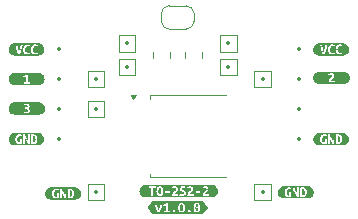
<source format=gto>
%TF.GenerationSoftware,KiCad,Pcbnew,8.0.3*%
%TF.CreationDate,2024-09-03T06:20:47+12:00*%
%TF.ProjectId,to-252-2,746f2d32-3532-42d3-922e-6b696361645f,rev?*%
%TF.SameCoordinates,Original*%
%TF.FileFunction,Legend,Top*%
%TF.FilePolarity,Positive*%
%FSLAX46Y46*%
G04 Gerber Fmt 4.6, Leading zero omitted, Abs format (unit mm)*
G04 Created by KiCad (PCBNEW 8.0.3) date 2024-09-03 06:20:47*
%MOMM*%
%LPD*%
G01*
G04 APERTURE LIST*
%ADD10C,0.120000*%
%ADD11C,0.000000*%
%ADD12C,0.350000*%
G04 APERTURE END LIST*
D10*
%TO.C,TP105*%
X92400000Y-88200000D02*
X93800000Y-88200000D01*
X92400000Y-89600000D02*
X92400000Y-88200000D01*
X93800000Y-88200000D02*
X93800000Y-89600000D01*
X93800000Y-89600000D02*
X92400000Y-89600000D01*
%TO.C,C101*%
X97905000Y-86638748D02*
X97905000Y-87161252D01*
X99375000Y-86638748D02*
X99375000Y-87161252D01*
D11*
%TO.C,kibuzzard-66A68BCE*%
G36*
X87878514Y-93752504D02*
G01*
X87931502Y-93812601D01*
X87958643Y-93899192D01*
X87966397Y-94000000D01*
X87963974Y-94057027D01*
X87956704Y-94109208D01*
X87924394Y-94195153D01*
X87864943Y-94252019D01*
X87773829Y-94272698D01*
X87759612Y-94272698D01*
X87745396Y-94271405D01*
X87745396Y-93733764D01*
X87768659Y-93730533D01*
X87791922Y-93729887D01*
X87878514Y-93752504D01*
G37*
G36*
X88284250Y-93484942D02*
G01*
X88382764Y-93514826D01*
X88473555Y-93563355D01*
X88553134Y-93628664D01*
X88618443Y-93708243D01*
X88666972Y-93799035D01*
X88696856Y-93897549D01*
X88706947Y-94000000D01*
X88696856Y-94102451D01*
X88666972Y-94200965D01*
X88618443Y-94291757D01*
X88553134Y-94371336D01*
X88473555Y-94436645D01*
X88382764Y-94485174D01*
X88284250Y-94515058D01*
X88181799Y-94525148D01*
X88127948Y-94525148D01*
X87757027Y-94525148D01*
X87329241Y-94525148D01*
X86586107Y-94525148D01*
X86259128Y-94525148D01*
X86205277Y-94525148D01*
X86102826Y-94515058D01*
X86004312Y-94485174D01*
X85913521Y-94436645D01*
X85833942Y-94371336D01*
X85768633Y-94291757D01*
X85720104Y-94200965D01*
X85690220Y-94102451D01*
X85680129Y-94000000D01*
X86259128Y-94000000D01*
X86264943Y-94097092D01*
X86282391Y-94181583D01*
X86310501Y-94253312D01*
X86348304Y-94312116D01*
X86395315Y-94357997D01*
X86451050Y-94390953D01*
X86514863Y-94410824D01*
X86586107Y-94417447D01*
X86665105Y-94414216D01*
X86731502Y-94404523D01*
X86746256Y-94400646D01*
X86929887Y-94400646D01*
X87073344Y-94400646D01*
X87073344Y-93869467D01*
X87121379Y-93958140D01*
X87167259Y-94046670D01*
X87210985Y-94135057D01*
X87252558Y-94223443D01*
X87291976Y-94311973D01*
X87329241Y-94400646D01*
X87457189Y-94400646D01*
X87457189Y-93610985D01*
X87586430Y-93610985D01*
X87586430Y-94391599D01*
X87673667Y-94406462D01*
X87757027Y-94410985D01*
X87835057Y-94405331D01*
X87906301Y-94388368D01*
X87969467Y-94359128D01*
X88023263Y-94316640D01*
X88067044Y-94260258D01*
X88100162Y-94189338D01*
X88121002Y-94102908D01*
X88127948Y-94000000D01*
X88121648Y-93899354D01*
X88102746Y-93814540D01*
X88072536Y-93744426D01*
X88032310Y-93687884D01*
X87982068Y-93644750D01*
X87921809Y-93614863D01*
X87853150Y-93597415D01*
X87777706Y-93591599D01*
X87688530Y-93595477D01*
X87586430Y-93610985D01*
X87457189Y-93610985D01*
X87457189Y-93600646D01*
X87313732Y-93600646D01*
X87313732Y-94093053D01*
X87290953Y-94042649D01*
X87263974Y-93984491D01*
X87233603Y-93921486D01*
X87200646Y-93856543D01*
X87165913Y-93790468D01*
X87130210Y-93724071D01*
X87094023Y-93659935D01*
X87057835Y-93600646D01*
X86929887Y-93600646D01*
X86929887Y-94400646D01*
X86746256Y-94400646D01*
X86820032Y-94381260D01*
X86820032Y-93981906D01*
X86661066Y-93981906D01*
X86661066Y-94273990D01*
X86630049Y-94277868D01*
X86599031Y-94279160D01*
X86521809Y-94262197D01*
X86465913Y-94211309D01*
X86440783Y-94157674D01*
X86425705Y-94087237D01*
X86420679Y-94000000D01*
X86423425Y-93940711D01*
X86431664Y-93886914D01*
X86467851Y-93799031D01*
X86531826Y-93741519D01*
X86627464Y-93720840D01*
X86712763Y-93735057D01*
X86782553Y-93767367D01*
X86823910Y-93640711D01*
X86797415Y-93625202D01*
X86752827Y-93605816D01*
X86688853Y-93589661D01*
X86605493Y-93582553D01*
X86535380Y-93589176D01*
X86469790Y-93609047D01*
X86410662Y-93642165D01*
X86359935Y-93688530D01*
X86318255Y-93747819D01*
X86286268Y-93819709D01*
X86265913Y-93903877D01*
X86259128Y-94000000D01*
X85680129Y-94000000D01*
X85690220Y-93897549D01*
X85720104Y-93799035D01*
X85768633Y-93708243D01*
X85833942Y-93628664D01*
X85913521Y-93563355D01*
X86004312Y-93514826D01*
X86102826Y-93484942D01*
X86205277Y-93474852D01*
X86259128Y-93474852D01*
X88127948Y-93474852D01*
X88181799Y-93474852D01*
X88284250Y-93484942D01*
G37*
D10*
%TO.C,TP102*%
X95000000Y-87200000D02*
X96400000Y-87200000D01*
X95000000Y-88600000D02*
X95000000Y-87200000D01*
X96400000Y-87200000D02*
X96400000Y-88600000D01*
X96400000Y-88600000D02*
X95000000Y-88600000D01*
%TO.C,TP103*%
X103600000Y-87200000D02*
X105000000Y-87200000D01*
X103600000Y-88600000D02*
X103600000Y-87200000D01*
X105000000Y-87200000D02*
X105000000Y-88600000D01*
X105000000Y-88600000D02*
X103600000Y-88600000D01*
%TO.C,TP104*%
X103600000Y-85200000D02*
X105000000Y-85200000D01*
X103600000Y-86600000D02*
X103600000Y-85200000D01*
X105000000Y-85200000D02*
X105000000Y-86600000D01*
X105000000Y-86600000D02*
X103600000Y-86600000D01*
%TO.C,U101*%
X97670000Y-90300000D02*
X97670000Y-90570000D01*
X97670000Y-97200000D02*
X97670000Y-96930000D01*
X104090000Y-90300000D02*
X97670000Y-90300000D01*
X104090000Y-97200000D02*
X97670000Y-97200000D01*
X96250000Y-90610000D02*
X96010000Y-90280000D01*
X96490000Y-90280000D01*
X96250000Y-90610000D01*
G36*
X96250000Y-90610000D02*
G01*
X96010000Y-90280000D01*
X96490000Y-90280000D01*
X96250000Y-90610000D01*
G37*
D11*
%TO.C,kibuzzard-66A68B20*%
G36*
X88297174Y-85884942D02*
G01*
X88395688Y-85914826D01*
X88486479Y-85963355D01*
X88566058Y-86028664D01*
X88631367Y-86108243D01*
X88679896Y-86199035D01*
X88709780Y-86297549D01*
X88719871Y-86400000D01*
X88709780Y-86502451D01*
X88679896Y-86600965D01*
X88631367Y-86691757D01*
X88566058Y-86771336D01*
X88486479Y-86836645D01*
X88395688Y-86885174D01*
X88297174Y-86915058D01*
X88194723Y-86925148D01*
X88140872Y-86925148D01*
X87917286Y-86925148D01*
X87271082Y-86925148D01*
X86482714Y-86925148D01*
X86259128Y-86925148D01*
X86205277Y-86925148D01*
X86102826Y-86915058D01*
X86004312Y-86885174D01*
X85913521Y-86836645D01*
X85833942Y-86771336D01*
X85768633Y-86691757D01*
X85720104Y-86600965D01*
X85690220Y-86502451D01*
X85680129Y-86400000D01*
X85690220Y-86297549D01*
X85720104Y-86199035D01*
X85768633Y-86108243D01*
X85833942Y-86028664D01*
X85868082Y-86000646D01*
X86259128Y-86000646D01*
X86273990Y-86073021D01*
X86295315Y-86163489D01*
X86312404Y-86231197D01*
X86330928Y-86301633D01*
X86350889Y-86374798D01*
X86371998Y-86449399D01*
X86393969Y-86524143D01*
X86416801Y-86599031D01*
X86450727Y-86705654D01*
X86482714Y-86800646D01*
X86646850Y-86800646D01*
X86671549Y-86731790D01*
X86695674Y-86661353D01*
X86719225Y-86589338D01*
X86741842Y-86516963D01*
X86763166Y-86445450D01*
X86776053Y-86400000D01*
X86923425Y-86400000D01*
X86928998Y-86494426D01*
X86945719Y-86577383D01*
X86973586Y-86648869D01*
X87012601Y-86708885D01*
X87080955Y-86769198D01*
X87167115Y-86805385D01*
X87271082Y-86817447D01*
X87341680Y-86813086D01*
X87403554Y-86800000D01*
X87494669Y-86761874D01*
X87454604Y-86636511D01*
X87389338Y-86664943D01*
X87286591Y-86679160D01*
X87194346Y-86660905D01*
X87132149Y-86606139D01*
X87105941Y-86550350D01*
X87090217Y-86480345D01*
X87085217Y-86400000D01*
X87569628Y-86400000D01*
X87575202Y-86494426D01*
X87591922Y-86577383D01*
X87619790Y-86648869D01*
X87658805Y-86708885D01*
X87727159Y-86769198D01*
X87813319Y-86805385D01*
X87917286Y-86817447D01*
X87987884Y-86813086D01*
X88049758Y-86800000D01*
X88140872Y-86761874D01*
X88100808Y-86636511D01*
X88035541Y-86664943D01*
X87932795Y-86679160D01*
X87840549Y-86660905D01*
X87778352Y-86606139D01*
X87752145Y-86550350D01*
X87736421Y-86480345D01*
X87731179Y-86396123D01*
X87735541Y-86323748D01*
X87748627Y-86264297D01*
X87793861Y-86179645D01*
X87857189Y-86134410D01*
X87930210Y-86120840D01*
X88026494Y-86134410D01*
X88098223Y-86167367D01*
X88139580Y-86040711D01*
X88113086Y-86025202D01*
X88069790Y-86005816D01*
X88009693Y-85989661D01*
X87932795Y-85982553D01*
X87857027Y-85989499D01*
X87787399Y-86010339D01*
X87725364Y-86044588D01*
X87672375Y-86091761D01*
X87629241Y-86151373D01*
X87596769Y-86222940D01*
X87576414Y-86305977D01*
X87569628Y-86400000D01*
X87085217Y-86400000D01*
X87084976Y-86396123D01*
X87089338Y-86323748D01*
X87102423Y-86264297D01*
X87147658Y-86179645D01*
X87210985Y-86134410D01*
X87284006Y-86120840D01*
X87380291Y-86134410D01*
X87452019Y-86167367D01*
X87493376Y-86040711D01*
X87466882Y-86025202D01*
X87423586Y-86005816D01*
X87363490Y-85989661D01*
X87286591Y-85982553D01*
X87210824Y-85989499D01*
X87141195Y-86010339D01*
X87079160Y-86044588D01*
X87026171Y-86091761D01*
X86983037Y-86151373D01*
X86950565Y-86222940D01*
X86930210Y-86305977D01*
X86923425Y-86400000D01*
X86776053Y-86400000D01*
X86783199Y-86374798D01*
X86810662Y-86271890D01*
X86834895Y-86173829D01*
X86855735Y-86082714D01*
X86873021Y-86000646D01*
X86706300Y-86000646D01*
X86694669Y-86067851D01*
X86680452Y-86145396D01*
X86664297Y-86229241D01*
X86646850Y-86315347D01*
X86628110Y-86401939D01*
X86608078Y-86487237D01*
X86587399Y-86567205D01*
X86566721Y-86637803D01*
X86545880Y-86566236D01*
X86524717Y-86485945D01*
X86504039Y-86400646D01*
X86484653Y-86314055D01*
X86466721Y-86228110D01*
X86450404Y-86144750D01*
X86436834Y-86067690D01*
X86427141Y-86000646D01*
X86259128Y-86000646D01*
X85868082Y-86000646D01*
X85913521Y-85963355D01*
X86004312Y-85914826D01*
X86102826Y-85884942D01*
X86205277Y-85874852D01*
X86259128Y-85874852D01*
X88140872Y-85874852D01*
X88194723Y-85874852D01*
X88297174Y-85884942D01*
G37*
D10*
%TO.C,TP110*%
X106500000Y-88200000D02*
X107900000Y-88200000D01*
X106500000Y-89600000D02*
X106500000Y-88200000D01*
X107900000Y-88200000D02*
X107900000Y-89600000D01*
X107900000Y-89600000D02*
X106500000Y-89600000D01*
D11*
%TO.C,kibuzzard-66A68BCE*%
G36*
X90984976Y-98352504D02*
G01*
X91037964Y-98412601D01*
X91065105Y-98499192D01*
X91072859Y-98600000D01*
X91070436Y-98657027D01*
X91063166Y-98709208D01*
X91030856Y-98795153D01*
X90971405Y-98852019D01*
X90880291Y-98872698D01*
X90866074Y-98872698D01*
X90851858Y-98871405D01*
X90851858Y-98333764D01*
X90875121Y-98330533D01*
X90898384Y-98329887D01*
X90984976Y-98352504D01*
G37*
G36*
X91390712Y-98084942D02*
G01*
X91489226Y-98114826D01*
X91580017Y-98163355D01*
X91659596Y-98228664D01*
X91724905Y-98308243D01*
X91773434Y-98399035D01*
X91803318Y-98497549D01*
X91813409Y-98600000D01*
X91803318Y-98702451D01*
X91773434Y-98800965D01*
X91724905Y-98891757D01*
X91659596Y-98971336D01*
X91580017Y-99036645D01*
X91489226Y-99085174D01*
X91390712Y-99115058D01*
X91288261Y-99125148D01*
X91234410Y-99125148D01*
X90863489Y-99125148D01*
X90435703Y-99125148D01*
X89692569Y-99125148D01*
X89365590Y-99125148D01*
X89311739Y-99125148D01*
X89209288Y-99115058D01*
X89110774Y-99085174D01*
X89019983Y-99036645D01*
X88940404Y-98971336D01*
X88875095Y-98891757D01*
X88826566Y-98800965D01*
X88796682Y-98702451D01*
X88786591Y-98600000D01*
X89365590Y-98600000D01*
X89371405Y-98697092D01*
X89388853Y-98781583D01*
X89416963Y-98853312D01*
X89454766Y-98912116D01*
X89501777Y-98957997D01*
X89557512Y-98990953D01*
X89621325Y-99010824D01*
X89692569Y-99017447D01*
X89771567Y-99014216D01*
X89837964Y-99004523D01*
X89852718Y-99000646D01*
X90036349Y-99000646D01*
X90179806Y-99000646D01*
X90179806Y-98469467D01*
X90227841Y-98558140D01*
X90273721Y-98646670D01*
X90317447Y-98735057D01*
X90359020Y-98823443D01*
X90398438Y-98911973D01*
X90435703Y-99000646D01*
X90563651Y-99000646D01*
X90563651Y-98210985D01*
X90692892Y-98210985D01*
X90692892Y-98991599D01*
X90780129Y-99006462D01*
X90863489Y-99010985D01*
X90941519Y-99005331D01*
X91012763Y-98988368D01*
X91075929Y-98959128D01*
X91129725Y-98916640D01*
X91173506Y-98860258D01*
X91206624Y-98789338D01*
X91227464Y-98702908D01*
X91234410Y-98600000D01*
X91228110Y-98499354D01*
X91209208Y-98414540D01*
X91178998Y-98344426D01*
X91138772Y-98287884D01*
X91088530Y-98244750D01*
X91028271Y-98214863D01*
X90959612Y-98197415D01*
X90884168Y-98191599D01*
X90794992Y-98195477D01*
X90692892Y-98210985D01*
X90563651Y-98210985D01*
X90563651Y-98200646D01*
X90420194Y-98200646D01*
X90420194Y-98693053D01*
X90397415Y-98642649D01*
X90370436Y-98584491D01*
X90340065Y-98521486D01*
X90307108Y-98456543D01*
X90272375Y-98390468D01*
X90236672Y-98324071D01*
X90200485Y-98259935D01*
X90164297Y-98200646D01*
X90036349Y-98200646D01*
X90036349Y-99000646D01*
X89852718Y-99000646D01*
X89926494Y-98981260D01*
X89926494Y-98581906D01*
X89767528Y-98581906D01*
X89767528Y-98873990D01*
X89736511Y-98877868D01*
X89705493Y-98879160D01*
X89628271Y-98862197D01*
X89572375Y-98811309D01*
X89547245Y-98757674D01*
X89532167Y-98687237D01*
X89527141Y-98600000D01*
X89529887Y-98540711D01*
X89538126Y-98486914D01*
X89574313Y-98399031D01*
X89638288Y-98341519D01*
X89733926Y-98320840D01*
X89819225Y-98335057D01*
X89889015Y-98367367D01*
X89930372Y-98240711D01*
X89903877Y-98225202D01*
X89859289Y-98205816D01*
X89795315Y-98189661D01*
X89711955Y-98182553D01*
X89641842Y-98189176D01*
X89576252Y-98209047D01*
X89517124Y-98242165D01*
X89466397Y-98288530D01*
X89424717Y-98347819D01*
X89392730Y-98419709D01*
X89372375Y-98503877D01*
X89365590Y-98600000D01*
X88786591Y-98600000D01*
X88796682Y-98497549D01*
X88826566Y-98399035D01*
X88875095Y-98308243D01*
X88940404Y-98228664D01*
X89019983Y-98163355D01*
X89110774Y-98114826D01*
X89209288Y-98084942D01*
X89311739Y-98074852D01*
X89365590Y-98074852D01*
X91234410Y-98074852D01*
X91288261Y-98074852D01*
X91390712Y-98084942D01*
G37*
%TO.C,kibuzzard-66A68B20*%
G36*
X114097174Y-85884942D02*
G01*
X114195688Y-85914826D01*
X114286479Y-85963355D01*
X114366058Y-86028664D01*
X114431367Y-86108243D01*
X114479896Y-86199035D01*
X114509780Y-86297549D01*
X114519871Y-86400000D01*
X114509780Y-86502451D01*
X114479896Y-86600965D01*
X114431367Y-86691757D01*
X114366058Y-86771336D01*
X114286479Y-86836645D01*
X114195688Y-86885174D01*
X114097174Y-86915058D01*
X113994723Y-86925148D01*
X113940872Y-86925148D01*
X113717286Y-86925148D01*
X113071082Y-86925148D01*
X112282714Y-86925148D01*
X112059128Y-86925148D01*
X112005277Y-86925148D01*
X111902826Y-86915058D01*
X111804312Y-86885174D01*
X111713521Y-86836645D01*
X111633942Y-86771336D01*
X111568633Y-86691757D01*
X111520104Y-86600965D01*
X111490220Y-86502451D01*
X111480129Y-86400000D01*
X111490220Y-86297549D01*
X111520104Y-86199035D01*
X111568633Y-86108243D01*
X111633942Y-86028664D01*
X111668082Y-86000646D01*
X112059128Y-86000646D01*
X112073990Y-86073021D01*
X112095315Y-86163489D01*
X112112404Y-86231197D01*
X112130928Y-86301633D01*
X112150889Y-86374798D01*
X112171998Y-86449399D01*
X112193969Y-86524143D01*
X112216801Y-86599031D01*
X112250727Y-86705654D01*
X112282714Y-86800646D01*
X112446850Y-86800646D01*
X112471549Y-86731790D01*
X112495674Y-86661353D01*
X112519225Y-86589338D01*
X112541842Y-86516963D01*
X112563166Y-86445450D01*
X112576053Y-86400000D01*
X112723425Y-86400000D01*
X112728998Y-86494426D01*
X112745719Y-86577383D01*
X112773586Y-86648869D01*
X112812601Y-86708885D01*
X112880955Y-86769198D01*
X112967115Y-86805385D01*
X113071082Y-86817447D01*
X113141680Y-86813086D01*
X113203554Y-86800000D01*
X113294669Y-86761874D01*
X113254604Y-86636511D01*
X113189338Y-86664943D01*
X113086591Y-86679160D01*
X112994346Y-86660905D01*
X112932149Y-86606139D01*
X112905941Y-86550350D01*
X112890217Y-86480345D01*
X112885217Y-86400000D01*
X113369628Y-86400000D01*
X113375202Y-86494426D01*
X113391922Y-86577383D01*
X113419790Y-86648869D01*
X113458805Y-86708885D01*
X113527159Y-86769198D01*
X113613319Y-86805385D01*
X113717286Y-86817447D01*
X113787884Y-86813086D01*
X113849758Y-86800000D01*
X113940872Y-86761874D01*
X113900808Y-86636511D01*
X113835541Y-86664943D01*
X113732795Y-86679160D01*
X113640549Y-86660905D01*
X113578352Y-86606139D01*
X113552145Y-86550350D01*
X113536421Y-86480345D01*
X113531179Y-86396123D01*
X113535541Y-86323748D01*
X113548627Y-86264297D01*
X113593861Y-86179645D01*
X113657189Y-86134410D01*
X113730210Y-86120840D01*
X113826494Y-86134410D01*
X113898223Y-86167367D01*
X113939580Y-86040711D01*
X113913086Y-86025202D01*
X113869790Y-86005816D01*
X113809693Y-85989661D01*
X113732795Y-85982553D01*
X113657027Y-85989499D01*
X113587399Y-86010339D01*
X113525364Y-86044588D01*
X113472375Y-86091761D01*
X113429241Y-86151373D01*
X113396769Y-86222940D01*
X113376414Y-86305977D01*
X113369628Y-86400000D01*
X112885217Y-86400000D01*
X112884976Y-86396123D01*
X112889338Y-86323748D01*
X112902423Y-86264297D01*
X112947658Y-86179645D01*
X113010985Y-86134410D01*
X113084006Y-86120840D01*
X113180291Y-86134410D01*
X113252019Y-86167367D01*
X113293376Y-86040711D01*
X113266882Y-86025202D01*
X113223586Y-86005816D01*
X113163490Y-85989661D01*
X113086591Y-85982553D01*
X113010824Y-85989499D01*
X112941195Y-86010339D01*
X112879160Y-86044588D01*
X112826171Y-86091761D01*
X112783037Y-86151373D01*
X112750565Y-86222940D01*
X112730210Y-86305977D01*
X112723425Y-86400000D01*
X112576053Y-86400000D01*
X112583199Y-86374798D01*
X112610662Y-86271890D01*
X112634895Y-86173829D01*
X112655735Y-86082714D01*
X112673021Y-86000646D01*
X112506300Y-86000646D01*
X112494669Y-86067851D01*
X112480452Y-86145396D01*
X112464297Y-86229241D01*
X112446850Y-86315347D01*
X112428110Y-86401939D01*
X112408078Y-86487237D01*
X112387399Y-86567205D01*
X112366721Y-86637803D01*
X112345880Y-86566236D01*
X112324717Y-86485945D01*
X112304039Y-86400646D01*
X112284653Y-86314055D01*
X112266721Y-86228110D01*
X112250404Y-86144750D01*
X112236834Y-86067690D01*
X112227141Y-86000646D01*
X112059128Y-86000646D01*
X111668082Y-86000646D01*
X111713521Y-85963355D01*
X111804312Y-85914826D01*
X111902826Y-85884942D01*
X112005277Y-85874852D01*
X112059128Y-85874852D01*
X113940872Y-85874852D01*
X113994723Y-85874852D01*
X114097174Y-85884942D01*
G37*
D10*
%TO.C,TP111*%
X92400000Y-97800000D02*
X93800000Y-97800000D01*
X92400000Y-99200000D02*
X92400000Y-97800000D01*
X93800000Y-97800000D02*
X93800000Y-99200000D01*
X93800000Y-99200000D02*
X92400000Y-99200000D01*
%TO.C,TP109*%
X92400000Y-90750000D02*
X93800000Y-90750000D01*
X92400000Y-92150000D02*
X92400000Y-90750000D01*
X93800000Y-90750000D02*
X93800000Y-92150000D01*
X93800000Y-92150000D02*
X92400000Y-92150000D01*
D11*
%TO.C,kibuzzard-66A68C2F*%
G36*
X88325864Y-88402055D02*
G01*
X88421105Y-88430946D01*
X88508880Y-88477862D01*
X88585815Y-88541001D01*
X88648954Y-88617937D01*
X88695871Y-88705711D01*
X88724762Y-88800953D01*
X88734517Y-88900000D01*
X88724762Y-88999047D01*
X88695871Y-89094289D01*
X88648954Y-89182063D01*
X88585815Y-89258999D01*
X88508880Y-89322138D01*
X88421105Y-89369054D01*
X88325864Y-89397945D01*
X88226817Y-89407701D01*
X87472913Y-89407701D01*
X86941733Y-89407701D01*
X86187829Y-89407701D01*
X86088782Y-89397945D01*
X85993541Y-89369054D01*
X85905766Y-89322138D01*
X85828831Y-89258999D01*
X85765692Y-89182063D01*
X85718775Y-89094289D01*
X85689884Y-88999047D01*
X85680129Y-88900000D01*
X85689884Y-88800953D01*
X85718775Y-88705711D01*
X85739616Y-88666721D01*
X86941733Y-88666721D01*
X86993430Y-88798546D01*
X87072266Y-88766882D01*
X87154981Y-88721002D01*
X87154981Y-89168174D01*
X86986968Y-89168174D01*
X86986968Y-89300000D01*
X87472913Y-89300000D01*
X87472913Y-89168174D01*
X87313947Y-89168174D01*
X87313947Y-88500000D01*
X87205384Y-88500000D01*
X87149811Y-88550404D01*
X87081313Y-88596931D01*
X87008939Y-88636995D01*
X86941733Y-88666721D01*
X85739616Y-88666721D01*
X85765692Y-88617937D01*
X85828831Y-88541001D01*
X85905766Y-88477862D01*
X85993541Y-88430946D01*
X86088782Y-88402055D01*
X86187829Y-88392299D01*
X86941733Y-88392299D01*
X87472913Y-88392299D01*
X88226817Y-88392299D01*
X88325864Y-88402055D01*
G37*
%TO.C,kibuzzard-66A68C47*%
G36*
X88345424Y-90884942D02*
G01*
X88443938Y-90914826D01*
X88534729Y-90963355D01*
X88614308Y-91028664D01*
X88679617Y-91108243D01*
X88728146Y-91199035D01*
X88758030Y-91297549D01*
X88768121Y-91400000D01*
X88758030Y-91502451D01*
X88728146Y-91600965D01*
X88679617Y-91691757D01*
X88614308Y-91771336D01*
X88534729Y-91836645D01*
X88443938Y-91885174D01*
X88345424Y-91915058D01*
X88242973Y-91925148D01*
X87489068Y-91925148D01*
X87181476Y-91925148D01*
X86959182Y-91925148D01*
X86205277Y-91925148D01*
X86102826Y-91915058D01*
X86004312Y-91885174D01*
X85913521Y-91836645D01*
X85836586Y-91773506D01*
X86959182Y-91773506D01*
X86999246Y-91787722D01*
X87055466Y-91801939D01*
X87118794Y-91812924D01*
X87181476Y-91817447D01*
X87256112Y-91812763D01*
X87319763Y-91798708D01*
X87372752Y-91776090D01*
X87415401Y-91745719D01*
X87470975Y-91664943D01*
X87489068Y-91562843D01*
X87480506Y-91497900D01*
X87454820Y-91442649D01*
X87413624Y-91398384D01*
X87358535Y-91366397D01*
X87430910Y-91299192D01*
X87458051Y-91207431D01*
X87442542Y-91118255D01*
X87394723Y-91046527D01*
X87312655Y-90999354D01*
X87258535Y-90986753D01*
X87195692Y-90982553D01*
X87127033Y-90988530D01*
X87065805Y-91006462D01*
X86973398Y-91053635D01*
X87030264Y-91169952D01*
X87107162Y-91133118D01*
X87196984Y-91118255D01*
X87270005Y-91143457D01*
X87296500Y-91212601D01*
X87284222Y-91261712D01*
X87252558Y-91292730D01*
X87208616Y-91309532D01*
X87159505Y-91314701D01*
X87100054Y-91314701D01*
X87100054Y-91446527D01*
X87149165Y-91446527D01*
X87219925Y-91452827D01*
X87277114Y-91471729D01*
X87314917Y-91506462D01*
X87327518Y-91560258D01*
X87294561Y-91646850D01*
X87249488Y-91673021D01*
X87180183Y-91681745D01*
X87118955Y-91678191D01*
X87067098Y-91667528D01*
X86990199Y-91640388D01*
X86959182Y-91773506D01*
X85836586Y-91773506D01*
X85833942Y-91771336D01*
X85768633Y-91691757D01*
X85720104Y-91600965D01*
X85690220Y-91502451D01*
X85680129Y-91400000D01*
X85690220Y-91297549D01*
X85720104Y-91199035D01*
X85768633Y-91108243D01*
X85833942Y-91028664D01*
X85913521Y-90963355D01*
X86004312Y-90914826D01*
X86102826Y-90884942D01*
X86205277Y-90874852D01*
X86959182Y-90874852D01*
X87489068Y-90874852D01*
X88242973Y-90874852D01*
X88345424Y-90884942D01*
G37*
%TO.C,kibuzzard-66CB75F7*%
G36*
X100394669Y-99536187D02*
G01*
X100436834Y-99589984D01*
X100455861Y-99645055D01*
X100467277Y-99714629D01*
X100471082Y-99798708D01*
X100467277Y-99883504D01*
X100455861Y-99953509D01*
X100436834Y-100008724D01*
X100394669Y-100062520D01*
X100337964Y-100080053D01*
X100336672Y-100080452D01*
X100279483Y-100062520D01*
X100237157Y-100008724D01*
X100217771Y-99953509D01*
X100206139Y-99883504D01*
X100202262Y-99798708D01*
X100202858Y-99785784D01*
X100265590Y-99785784D01*
X100284976Y-99845880D01*
X100337964Y-99871082D01*
X100389015Y-99845880D01*
X100409047Y-99785784D01*
X100389015Y-99725040D01*
X100337964Y-99699192D01*
X100284976Y-99725040D01*
X100265590Y-99785784D01*
X100202858Y-99785784D01*
X100206139Y-99714629D01*
X100217771Y-99645055D01*
X100237157Y-99589984D01*
X100279483Y-99536187D01*
X100336672Y-99518255D01*
X100394669Y-99536187D01*
G37*
G36*
X101687076Y-99536187D02*
G01*
X101729241Y-99589984D01*
X101748268Y-99645055D01*
X101759684Y-99714629D01*
X101763489Y-99798708D01*
X101759684Y-99883504D01*
X101748268Y-99953509D01*
X101729241Y-100008724D01*
X101687076Y-100062520D01*
X101630372Y-100080053D01*
X101629079Y-100080452D01*
X101571890Y-100062520D01*
X101529564Y-100008724D01*
X101510178Y-99953509D01*
X101498546Y-99883504D01*
X101494669Y-99798708D01*
X101495265Y-99785784D01*
X101557997Y-99785784D01*
X101577383Y-99845880D01*
X101630372Y-99871082D01*
X101681422Y-99845880D01*
X101701454Y-99785784D01*
X101681422Y-99725040D01*
X101630372Y-99699192D01*
X101577383Y-99725040D01*
X101557997Y-99785784D01*
X101495265Y-99785784D01*
X101498546Y-99714629D01*
X101510178Y-99645055D01*
X101529564Y-99589984D01*
X101571890Y-99536187D01*
X101629079Y-99518255D01*
X101687076Y-99536187D01*
G37*
G36*
X102526297Y-99800000D02*
G01*
X102176198Y-100325148D01*
X101906947Y-100325148D01*
X101629079Y-100325148D01*
X100984168Y-100325148D01*
X100336672Y-100325148D01*
X99691761Y-100325148D01*
X99314378Y-100325148D01*
X98325687Y-100325148D01*
X98093053Y-100325148D01*
X97823802Y-100325148D01*
X97473703Y-99800000D01*
X97611560Y-99593215D01*
X98093053Y-99593215D01*
X98120557Y-99683158D01*
X98148788Y-99769467D01*
X98177746Y-99852141D01*
X98207431Y-99931179D01*
X98247281Y-100029761D01*
X98286699Y-100119584D01*
X98325687Y-100200646D01*
X98458805Y-100200646D01*
X98498438Y-100119584D01*
X98539795Y-100029761D01*
X98582876Y-99931179D01*
X98615105Y-99852141D01*
X98645880Y-99769467D01*
X98675202Y-99683158D01*
X98703069Y-99593215D01*
X98541519Y-99593215D01*
X98528110Y-99643942D01*
X98511147Y-99697900D01*
X98492084Y-99753635D01*
X98472375Y-99809693D01*
X98452181Y-99865105D01*
X98431664Y-99918901D01*
X98394184Y-100015832D01*
X98358643Y-99918901D01*
X98340065Y-99865105D01*
X98321809Y-99809693D01*
X98304200Y-99753635D01*
X98287561Y-99697900D01*
X98272536Y-99643942D01*
X98259774Y-99593215D01*
X98093053Y-99593215D01*
X97611560Y-99593215D01*
X97628792Y-99567367D01*
X98783199Y-99567367D01*
X98834895Y-99699192D01*
X98913732Y-99667528D01*
X98996446Y-99621648D01*
X98996446Y-100068821D01*
X98828433Y-100068821D01*
X98828433Y-100200646D01*
X99314378Y-100200646D01*
X99314378Y-100098546D01*
X99575444Y-100098546D01*
X99585137Y-100148304D01*
X99610985Y-100184491D01*
X99647819Y-100207108D01*
X99691761Y-100214863D01*
X99771890Y-100185137D01*
X99806785Y-100098546D01*
X99771890Y-100014540D01*
X99691761Y-99984814D01*
X99647819Y-99992569D01*
X99610985Y-100014540D01*
X99585137Y-100050081D01*
X99575444Y-100098546D01*
X99314378Y-100098546D01*
X99314378Y-100068821D01*
X99155412Y-100068821D01*
X99155412Y-99798708D01*
X100058805Y-99798708D01*
X100063247Y-99897900D01*
X100076575Y-99983522D01*
X100098788Y-100055574D01*
X100129887Y-100114055D01*
X100184455Y-100171495D01*
X100253384Y-100205959D01*
X100336672Y-100217447D01*
X100419961Y-100205959D01*
X100488889Y-100171495D01*
X100543457Y-100114055D01*
X100551704Y-100098546D01*
X100867851Y-100098546D01*
X100877544Y-100148304D01*
X100903393Y-100184491D01*
X100940226Y-100207108D01*
X100984168Y-100214863D01*
X101064297Y-100185137D01*
X101099192Y-100098546D01*
X101064297Y-100014540D01*
X100984168Y-99984814D01*
X100940226Y-99992569D01*
X100903393Y-100014540D01*
X100877544Y-100050081D01*
X100867851Y-100098546D01*
X100551704Y-100098546D01*
X100574556Y-100055574D01*
X100596769Y-99983522D01*
X100610097Y-99897900D01*
X100614540Y-99798708D01*
X101351212Y-99798708D01*
X101355654Y-99897900D01*
X101368982Y-99983522D01*
X101391195Y-100055574D01*
X101422294Y-100114055D01*
X101476862Y-100171495D01*
X101545791Y-100205959D01*
X101629079Y-100217447D01*
X101712368Y-100205959D01*
X101781296Y-100171495D01*
X101835864Y-100114055D01*
X101866963Y-100055574D01*
X101889176Y-99983522D01*
X101902504Y-99897900D01*
X101906947Y-99798708D01*
X101902504Y-99700121D01*
X101889176Y-99615024D01*
X101866963Y-99543417D01*
X101835864Y-99485299D01*
X101781296Y-99428218D01*
X101712368Y-99393969D01*
X101629079Y-99382553D01*
X101547083Y-99394041D01*
X101478586Y-99428505D01*
X101423586Y-99485945D01*
X101391922Y-99544265D01*
X101369305Y-99615832D01*
X101355735Y-99700646D01*
X101351212Y-99798708D01*
X100614540Y-99798708D01*
X100610097Y-99700121D01*
X100596769Y-99615024D01*
X100574556Y-99543417D01*
X100543457Y-99485299D01*
X100488889Y-99428218D01*
X100419961Y-99393969D01*
X100336672Y-99382553D01*
X100254676Y-99394041D01*
X100186178Y-99428505D01*
X100131179Y-99485945D01*
X100099515Y-99544265D01*
X100076898Y-99615832D01*
X100063328Y-99700646D01*
X100058805Y-99798708D01*
X99155412Y-99798708D01*
X99155412Y-99400646D01*
X99046850Y-99400646D01*
X98991276Y-99451050D01*
X98922779Y-99497577D01*
X98850404Y-99537641D01*
X98783199Y-99567367D01*
X97628792Y-99567367D01*
X97823802Y-99274852D01*
X98093053Y-99274852D01*
X101906947Y-99274852D01*
X102176198Y-99274852D01*
X102526297Y-99800000D01*
G37*
D10*
%TO.C,TP112*%
X106500000Y-97800000D02*
X107900000Y-97800000D01*
X106500000Y-99200000D02*
X106500000Y-97800000D01*
X107900000Y-97800000D02*
X107900000Y-99200000D01*
X107900000Y-99200000D02*
X106500000Y-99200000D01*
D11*
%TO.C,kibuzzard-66CCC686*%
G36*
X98558805Y-98142811D02*
G01*
X98596931Y-98202262D01*
X98615024Y-98290792D01*
X98618417Y-98343619D01*
X98619548Y-98400000D01*
X98618417Y-98456220D01*
X98615024Y-98508562D01*
X98596931Y-98597092D01*
X98558158Y-98657189D01*
X98492892Y-98679160D01*
X98426979Y-98657189D01*
X98388853Y-98597738D01*
X98370759Y-98509208D01*
X98367367Y-98456381D01*
X98366236Y-98400000D01*
X98367367Y-98343780D01*
X98370759Y-98291438D01*
X98388853Y-98202908D01*
X98426979Y-98142811D01*
X98492892Y-98120840D01*
X98558805Y-98142811D01*
G37*
G36*
X103015806Y-97884943D02*
G01*
X103114320Y-97914826D01*
X103205112Y-97963355D01*
X103284691Y-98028664D01*
X103350000Y-98108243D01*
X103398528Y-98199035D01*
X103428412Y-98297549D01*
X103438503Y-98400000D01*
X103428412Y-98502451D01*
X103398528Y-98600965D01*
X103350000Y-98691757D01*
X103284691Y-98771336D01*
X103205112Y-98836645D01*
X103114320Y-98885174D01*
X103015806Y-98915057D01*
X102913355Y-98925148D01*
X102644103Y-98925148D01*
X101900969Y-98925148D01*
X101351696Y-98925148D01*
X100369467Y-98925148D01*
X100059289Y-98925148D01*
X99316155Y-98925148D01*
X98494184Y-98925148D01*
X97926817Y-98925148D01*
X97555897Y-98925148D01*
X97286645Y-98925148D01*
X97184194Y-98915058D01*
X97085680Y-98885174D01*
X96994889Y-98836645D01*
X96915309Y-98771336D01*
X96850000Y-98691757D01*
X96801472Y-98600965D01*
X96771588Y-98502451D01*
X96761497Y-98400000D01*
X96771588Y-98297549D01*
X96801472Y-98199035D01*
X96837050Y-98132472D01*
X97555897Y-98132472D01*
X97766559Y-98132472D01*
X97766559Y-98800646D01*
X97926817Y-98800646D01*
X97926817Y-98400000D01*
X98204685Y-98400000D01*
X98209330Y-98497052D01*
X98223263Y-98581422D01*
X98246486Y-98653110D01*
X98278998Y-98712116D01*
X98335936Y-98770634D01*
X98407665Y-98805744D01*
X98494184Y-98817447D01*
X98578621Y-98805744D01*
X98649273Y-98770634D01*
X98706139Y-98712116D01*
X98738934Y-98653110D01*
X98762359Y-98581422D01*
X98768038Y-98547334D01*
X98962036Y-98547334D01*
X99316155Y-98547334D01*
X99316155Y-98390953D01*
X98962036Y-98390953D01*
X98962036Y-98547334D01*
X98768038Y-98547334D01*
X98776414Y-98497052D01*
X98781099Y-98400000D01*
X98776494Y-98302948D01*
X98762682Y-98218578D01*
X98739661Y-98146890D01*
X98707784Y-98088530D01*
X99517771Y-98088530D01*
X99596607Y-98199677D01*
X99678029Y-98138934D01*
X99756866Y-98120840D01*
X99831826Y-98147334D01*
X99861551Y-98222940D01*
X99837641Y-98291438D01*
X99776898Y-98361228D01*
X99738772Y-98398223D01*
X99698061Y-98436834D01*
X99657351Y-98477868D01*
X99619225Y-98522132D01*
X99585622Y-98570113D01*
X99558481Y-98622294D01*
X99540549Y-98679160D01*
X99534572Y-98741195D01*
X99533926Y-98768336D01*
X99537157Y-98800646D01*
X100059289Y-98800646D01*
X100059289Y-98776090D01*
X100153635Y-98776090D01*
X100190469Y-98790307D01*
X100244103Y-98803877D01*
X100306139Y-98813570D01*
X100369467Y-98817447D01*
X100443457Y-98812601D01*
X100507754Y-98798061D01*
X100562359Y-98774798D01*
X100607270Y-98743780D01*
X100666721Y-98661712D01*
X100686107Y-98558966D01*
X100677347Y-98484006D01*
X100651068Y-98421109D01*
X100607270Y-98370275D01*
X100545665Y-98331790D01*
X100465967Y-98305941D01*
X100368175Y-98292730D01*
X100374637Y-98219063D01*
X100381099Y-98132472D01*
X100656381Y-98132472D01*
X100656381Y-98088530D01*
X100810178Y-98088530D01*
X100889015Y-98199677D01*
X100970436Y-98138934D01*
X101049273Y-98120840D01*
X101124233Y-98147334D01*
X101153958Y-98222940D01*
X101130049Y-98291438D01*
X101069305Y-98361228D01*
X101031179Y-98398223D01*
X100990469Y-98436834D01*
X100949758Y-98477868D01*
X100911632Y-98522132D01*
X100878029Y-98570113D01*
X100850889Y-98622294D01*
X100832956Y-98679160D01*
X100826979Y-98741195D01*
X100826333Y-98768336D01*
X100829564Y-98800646D01*
X101351696Y-98800646D01*
X101351696Y-98668821D01*
X101007916Y-98668821D01*
X101021486Y-98626171D01*
X101054443Y-98580291D01*
X101085461Y-98547334D01*
X101546850Y-98547334D01*
X101900969Y-98547334D01*
X101900969Y-98390953D01*
X101546850Y-98390953D01*
X101546850Y-98547334D01*
X101085461Y-98547334D01*
X101095800Y-98536349D01*
X101134572Y-98499515D01*
X101200485Y-98434895D01*
X101258643Y-98365105D01*
X101300000Y-98290792D01*
X101315509Y-98211309D01*
X101294830Y-98111147D01*
X101277307Y-98088530D01*
X102102585Y-98088530D01*
X102181422Y-98199677D01*
X102262843Y-98138934D01*
X102341680Y-98120840D01*
X102416640Y-98147334D01*
X102446365Y-98222940D01*
X102422456Y-98291438D01*
X102361712Y-98361228D01*
X102323586Y-98398223D01*
X102282876Y-98436834D01*
X102242165Y-98477868D01*
X102204039Y-98522132D01*
X102170436Y-98570113D01*
X102143296Y-98622294D01*
X102125364Y-98679160D01*
X102119386Y-98741195D01*
X102118740Y-98768336D01*
X102121971Y-98800646D01*
X102644103Y-98800646D01*
X102644103Y-98668821D01*
X102300323Y-98668821D01*
X102313893Y-98626171D01*
X102346850Y-98580291D01*
X102388207Y-98536349D01*
X102426979Y-98499515D01*
X102492892Y-98434895D01*
X102551050Y-98365105D01*
X102592407Y-98290792D01*
X102607916Y-98211309D01*
X102587238Y-98111147D01*
X102531664Y-98039418D01*
X102451535Y-97996769D01*
X102357189Y-97982553D01*
X102289822Y-97989015D01*
X102222133Y-98008401D01*
X102158320Y-98041357D01*
X102102585Y-98088530D01*
X101277307Y-98088530D01*
X101239257Y-98039418D01*
X101159128Y-97996769D01*
X101064782Y-97982553D01*
X100997415Y-97989015D01*
X100929725Y-98008401D01*
X100865913Y-98041357D01*
X100810178Y-98088530D01*
X100656381Y-98088530D01*
X100656381Y-98000646D01*
X100247981Y-98000646D01*
X100243134Y-98099354D01*
X100236349Y-98201616D01*
X100227302Y-98306785D01*
X100215670Y-98414216D01*
X100304523Y-98416963D01*
X100374637Y-98425202D01*
X100468336Y-98456220D01*
X100512278Y-98504039D01*
X100523263Y-98565428D01*
X100516801Y-98608078D01*
X100492892Y-98644911D01*
X100445073Y-98671405D01*
X100368175Y-98681745D01*
X100307754Y-98678837D01*
X100258320Y-98670113D01*
X100185945Y-98644265D01*
X100153635Y-98776090D01*
X100059289Y-98776090D01*
X100059289Y-98668821D01*
X99715509Y-98668821D01*
X99729079Y-98626171D01*
X99762036Y-98580291D01*
X99803393Y-98536349D01*
X99842165Y-98499515D01*
X99908078Y-98434895D01*
X99966236Y-98365105D01*
X100007593Y-98290792D01*
X100023102Y-98211309D01*
X100002423Y-98111147D01*
X99946850Y-98039418D01*
X99866721Y-97996769D01*
X99772375Y-97982553D01*
X99705008Y-97989015D01*
X99637318Y-98008401D01*
X99573506Y-98041357D01*
X99517771Y-98088530D01*
X98707784Y-98088530D01*
X98707431Y-98087884D01*
X98650853Y-98029366D01*
X98579339Y-97994256D01*
X98492892Y-97982553D01*
X98409029Y-97994256D01*
X98338377Y-98029366D01*
X98280937Y-98087884D01*
X98247577Y-98146890D01*
X98223748Y-98218578D01*
X98209451Y-98302948D01*
X98204685Y-98400000D01*
X97926817Y-98400000D01*
X97926817Y-98132472D01*
X98137480Y-98132472D01*
X98137480Y-98000646D01*
X97555897Y-98000646D01*
X97555897Y-98132472D01*
X96837050Y-98132472D01*
X96850000Y-98108243D01*
X96915309Y-98028664D01*
X96994889Y-97963355D01*
X97085680Y-97914826D01*
X97184194Y-97884942D01*
X97286645Y-97874852D01*
X97555897Y-97874852D01*
X102644103Y-97874852D01*
X102913355Y-97874852D01*
X103015806Y-97884943D01*
G37*
%TO.C,kibuzzard-66A68C43*%
G36*
X114147016Y-88293182D02*
G01*
X114243954Y-88322588D01*
X114333293Y-88370340D01*
X114411599Y-88434604D01*
X114475863Y-88512911D01*
X114523616Y-88602249D01*
X114553022Y-88699188D01*
X114562951Y-88800000D01*
X114553022Y-88900812D01*
X114523616Y-88997751D01*
X114475863Y-89087089D01*
X114411599Y-89165396D01*
X114333293Y-89229660D01*
X114243954Y-89277412D01*
X114147016Y-89306818D01*
X114046203Y-89316747D01*
X113292299Y-89316747D01*
X112750781Y-89316747D01*
X111996877Y-89316747D01*
X111896064Y-89306818D01*
X111799126Y-89277412D01*
X111709787Y-89229660D01*
X111631481Y-89165396D01*
X111567217Y-89087089D01*
X111519464Y-88997751D01*
X111490058Y-88900812D01*
X111480129Y-88800000D01*
X111490058Y-88699188D01*
X111519464Y-88602249D01*
X111567217Y-88512911D01*
X111580331Y-88496931D01*
X112750781Y-88496931D01*
X112829618Y-88608078D01*
X112911039Y-88547334D01*
X112989876Y-88529241D01*
X113064836Y-88555735D01*
X113094561Y-88631341D01*
X113070651Y-88699838D01*
X113009908Y-88769628D01*
X112971782Y-88806624D01*
X112931072Y-88845234D01*
X112890361Y-88886268D01*
X112852235Y-88930533D01*
X112818632Y-88978514D01*
X112791492Y-89030695D01*
X112773559Y-89087561D01*
X112767582Y-89149596D01*
X112766936Y-89176737D01*
X112770167Y-89209047D01*
X113292299Y-89209047D01*
X113292299Y-89077221D01*
X112948519Y-89077221D01*
X112962089Y-89034572D01*
X112995046Y-88988691D01*
X113036403Y-88944750D01*
X113075175Y-88907916D01*
X113141088Y-88843296D01*
X113199246Y-88773506D01*
X113240603Y-88699192D01*
X113256112Y-88619709D01*
X113235433Y-88519548D01*
X113179860Y-88447819D01*
X113099731Y-88405170D01*
X113005385Y-88390953D01*
X112938018Y-88397415D01*
X112870328Y-88416801D01*
X112806516Y-88449758D01*
X112750781Y-88496931D01*
X111580331Y-88496931D01*
X111631481Y-88434604D01*
X111709787Y-88370340D01*
X111799126Y-88322588D01*
X111896064Y-88293182D01*
X111996877Y-88283253D01*
X112750781Y-88283253D01*
X113292299Y-88283253D01*
X114046203Y-88283253D01*
X114147016Y-88293182D01*
G37*
%TO.C,kibuzzard-66A68BCE*%
G36*
X110684976Y-98252504D02*
G01*
X110737964Y-98312601D01*
X110765105Y-98399192D01*
X110772859Y-98500000D01*
X110770436Y-98557027D01*
X110763166Y-98609208D01*
X110730856Y-98695153D01*
X110671405Y-98752019D01*
X110580291Y-98772698D01*
X110566074Y-98772698D01*
X110551858Y-98771405D01*
X110551858Y-98233764D01*
X110575121Y-98230533D01*
X110598384Y-98229887D01*
X110684976Y-98252504D01*
G37*
G36*
X111090712Y-97984942D02*
G01*
X111189226Y-98014826D01*
X111280017Y-98063355D01*
X111359596Y-98128664D01*
X111424905Y-98208243D01*
X111473434Y-98299035D01*
X111503318Y-98397549D01*
X111513409Y-98500000D01*
X111503318Y-98602451D01*
X111473434Y-98700965D01*
X111424905Y-98791757D01*
X111359596Y-98871336D01*
X111280017Y-98936645D01*
X111189226Y-98985174D01*
X111090712Y-99015058D01*
X110988261Y-99025148D01*
X110934410Y-99025148D01*
X110563489Y-99025148D01*
X110135703Y-99025148D01*
X109392569Y-99025148D01*
X109065590Y-99025148D01*
X109011739Y-99025148D01*
X108909288Y-99015058D01*
X108810774Y-98985174D01*
X108719983Y-98936645D01*
X108640404Y-98871336D01*
X108575095Y-98791757D01*
X108526566Y-98700965D01*
X108496682Y-98602451D01*
X108486591Y-98500000D01*
X109065590Y-98500000D01*
X109071405Y-98597092D01*
X109088853Y-98681583D01*
X109116963Y-98753312D01*
X109154766Y-98812116D01*
X109201777Y-98857997D01*
X109257512Y-98890953D01*
X109321325Y-98910824D01*
X109392569Y-98917447D01*
X109471567Y-98914216D01*
X109537964Y-98904523D01*
X109552718Y-98900646D01*
X109736349Y-98900646D01*
X109879806Y-98900646D01*
X109879806Y-98369467D01*
X109927841Y-98458140D01*
X109973721Y-98546670D01*
X110017447Y-98635057D01*
X110059020Y-98723443D01*
X110098438Y-98811973D01*
X110135703Y-98900646D01*
X110263651Y-98900646D01*
X110263651Y-98110985D01*
X110392892Y-98110985D01*
X110392892Y-98891599D01*
X110480129Y-98906462D01*
X110563489Y-98910985D01*
X110641519Y-98905331D01*
X110712763Y-98888368D01*
X110775929Y-98859128D01*
X110829725Y-98816640D01*
X110873506Y-98760258D01*
X110906624Y-98689338D01*
X110927464Y-98602908D01*
X110934410Y-98500000D01*
X110928110Y-98399354D01*
X110909208Y-98314540D01*
X110878998Y-98244426D01*
X110838772Y-98187884D01*
X110788530Y-98144750D01*
X110728271Y-98114863D01*
X110659612Y-98097415D01*
X110584168Y-98091599D01*
X110494992Y-98095477D01*
X110392892Y-98110985D01*
X110263651Y-98110985D01*
X110263651Y-98100646D01*
X110120194Y-98100646D01*
X110120194Y-98593053D01*
X110097415Y-98542649D01*
X110070436Y-98484491D01*
X110040065Y-98421486D01*
X110007108Y-98356543D01*
X109972375Y-98290468D01*
X109936672Y-98224071D01*
X109900485Y-98159935D01*
X109864297Y-98100646D01*
X109736349Y-98100646D01*
X109736349Y-98900646D01*
X109552718Y-98900646D01*
X109626494Y-98881260D01*
X109626494Y-98481906D01*
X109467528Y-98481906D01*
X109467528Y-98773990D01*
X109436511Y-98777868D01*
X109405493Y-98779160D01*
X109328271Y-98762197D01*
X109272375Y-98711309D01*
X109247245Y-98657674D01*
X109232167Y-98587237D01*
X109227141Y-98500000D01*
X109229887Y-98440711D01*
X109238126Y-98386914D01*
X109274313Y-98299031D01*
X109338288Y-98241519D01*
X109433926Y-98220840D01*
X109519225Y-98235057D01*
X109589015Y-98267367D01*
X109630372Y-98140711D01*
X109603877Y-98125202D01*
X109559289Y-98105816D01*
X109495315Y-98089661D01*
X109411955Y-98082553D01*
X109341842Y-98089176D01*
X109276252Y-98109047D01*
X109217124Y-98142165D01*
X109166397Y-98188530D01*
X109124717Y-98247819D01*
X109092730Y-98319709D01*
X109072375Y-98403877D01*
X109065590Y-98500000D01*
X108486591Y-98500000D01*
X108496682Y-98397549D01*
X108526566Y-98299035D01*
X108575095Y-98208243D01*
X108640404Y-98128664D01*
X108719983Y-98063355D01*
X108810774Y-98014826D01*
X108909288Y-97984942D01*
X109011739Y-97974852D01*
X109065590Y-97974852D01*
X110934410Y-97974852D01*
X110988261Y-97974852D01*
X111090712Y-97984942D01*
G37*
%TO.C,kibuzzard-66A68BD4*%
G36*
X113678514Y-93752504D02*
G01*
X113731502Y-93812601D01*
X113758643Y-93899192D01*
X113766397Y-94000000D01*
X113763974Y-94057027D01*
X113756704Y-94109208D01*
X113724394Y-94195153D01*
X113664943Y-94252019D01*
X113573829Y-94272698D01*
X113559612Y-94272698D01*
X113545396Y-94271405D01*
X113545396Y-93733764D01*
X113568659Y-93730533D01*
X113591922Y-93729887D01*
X113678514Y-93752504D01*
G37*
G36*
X114084250Y-93484942D02*
G01*
X114182764Y-93514826D01*
X114273555Y-93563355D01*
X114353134Y-93628664D01*
X114418443Y-93708243D01*
X114466972Y-93799035D01*
X114496856Y-93897549D01*
X114506947Y-94000000D01*
X114496856Y-94102451D01*
X114466972Y-94200965D01*
X114418443Y-94291757D01*
X114353134Y-94371336D01*
X114273555Y-94436645D01*
X114182764Y-94485174D01*
X114084250Y-94515058D01*
X113981799Y-94525148D01*
X113927948Y-94525148D01*
X113557027Y-94525148D01*
X113129241Y-94525148D01*
X112386107Y-94525148D01*
X112059128Y-94525148D01*
X112005277Y-94525148D01*
X111902826Y-94515058D01*
X111804312Y-94485174D01*
X111713521Y-94436645D01*
X111633942Y-94371336D01*
X111568633Y-94291757D01*
X111520104Y-94200965D01*
X111490220Y-94102451D01*
X111480129Y-94000000D01*
X112059128Y-94000000D01*
X112064943Y-94097092D01*
X112082391Y-94181583D01*
X112110501Y-94253312D01*
X112148304Y-94312116D01*
X112195315Y-94357997D01*
X112251050Y-94390953D01*
X112314863Y-94410824D01*
X112386107Y-94417447D01*
X112465105Y-94414216D01*
X112531502Y-94404523D01*
X112546256Y-94400646D01*
X112729887Y-94400646D01*
X112873344Y-94400646D01*
X112873344Y-93869467D01*
X112921379Y-93958140D01*
X112967259Y-94046670D01*
X113010985Y-94135057D01*
X113052558Y-94223443D01*
X113091976Y-94311973D01*
X113129241Y-94400646D01*
X113257189Y-94400646D01*
X113257189Y-93610985D01*
X113386430Y-93610985D01*
X113386430Y-94391599D01*
X113473667Y-94406462D01*
X113557027Y-94410985D01*
X113635057Y-94405331D01*
X113706301Y-94388368D01*
X113769467Y-94359128D01*
X113823263Y-94316640D01*
X113867044Y-94260258D01*
X113900162Y-94189338D01*
X113921002Y-94102908D01*
X113927948Y-94000000D01*
X113921648Y-93899354D01*
X113902746Y-93814540D01*
X113872536Y-93744426D01*
X113832310Y-93687884D01*
X113782068Y-93644750D01*
X113721809Y-93614863D01*
X113653150Y-93597415D01*
X113577706Y-93591599D01*
X113488530Y-93595477D01*
X113386430Y-93610985D01*
X113257189Y-93610985D01*
X113257189Y-93600646D01*
X113113732Y-93600646D01*
X113113732Y-94093053D01*
X113090953Y-94042649D01*
X113063974Y-93984491D01*
X113033603Y-93921486D01*
X113000646Y-93856543D01*
X112965913Y-93790468D01*
X112930210Y-93724071D01*
X112894023Y-93659935D01*
X112857835Y-93600646D01*
X112729887Y-93600646D01*
X112729887Y-94400646D01*
X112546256Y-94400646D01*
X112620032Y-94381260D01*
X112620032Y-93981906D01*
X112461066Y-93981906D01*
X112461066Y-94273990D01*
X112430049Y-94277868D01*
X112399031Y-94279160D01*
X112321809Y-94262197D01*
X112265913Y-94211309D01*
X112240783Y-94157674D01*
X112225705Y-94087237D01*
X112220679Y-94000000D01*
X112223425Y-93940711D01*
X112231664Y-93886914D01*
X112267851Y-93799031D01*
X112331826Y-93741519D01*
X112427464Y-93720840D01*
X112512763Y-93735057D01*
X112582553Y-93767367D01*
X112623910Y-93640711D01*
X112597415Y-93625202D01*
X112552827Y-93605816D01*
X112488853Y-93589661D01*
X112405493Y-93582553D01*
X112335380Y-93589176D01*
X112269790Y-93609047D01*
X112210662Y-93642165D01*
X112159935Y-93688530D01*
X112118255Y-93747819D01*
X112086268Y-93819709D01*
X112065913Y-93903877D01*
X112059128Y-94000000D01*
X111480129Y-94000000D01*
X111490220Y-93897549D01*
X111520104Y-93799035D01*
X111568633Y-93708243D01*
X111633942Y-93628664D01*
X111713521Y-93563355D01*
X111804312Y-93514826D01*
X111902826Y-93484942D01*
X112005277Y-93474852D01*
X112059128Y-93474852D01*
X113927948Y-93474852D01*
X113981799Y-93474852D01*
X114084250Y-93484942D01*
G37*
D10*
%TO.C,C102*%
X100625000Y-86638748D02*
X100625000Y-87161252D01*
X102095000Y-86638748D02*
X102095000Y-87161252D01*
%TO.C,JP101*%
X98600000Y-84000000D02*
X98600000Y-83400000D01*
X99300000Y-82700000D02*
X100700000Y-82700000D01*
X100700000Y-84700000D02*
X99300000Y-84700000D01*
X101400000Y-83400000D02*
X101400000Y-84000000D01*
X98600000Y-83400000D02*
G75*
G02*
X99300000Y-82700000I699999J1D01*
G01*
X99300000Y-84700000D02*
G75*
G02*
X98600000Y-84000000I-1J699999D01*
G01*
X100700000Y-82700000D02*
G75*
G02*
X101400000Y-83400000I0J-700000D01*
G01*
X101400000Y-84000000D02*
G75*
G02*
X100700000Y-84700000I-700000J0D01*
G01*
%TO.C,TP101*%
X95000000Y-85200000D02*
X96400000Y-85200000D01*
X95000000Y-86600000D02*
X95000000Y-85200000D01*
X96400000Y-85200000D02*
X96400000Y-86600000D01*
X96400000Y-86600000D02*
X95000000Y-86600000D01*
%TD*%
D12*
X93100000Y-88900000D03*
X95700000Y-87900000D03*
X104300000Y-87900000D03*
X104300000Y-85900000D03*
X107200000Y-88900000D03*
X93100000Y-98500000D03*
X93100000Y-91450000D03*
X107200000Y-98500000D03*
X95700000Y-85900000D03*
X110300000Y-86360000D03*
X110300000Y-88900000D03*
X110300000Y-91440000D03*
X110300000Y-93980000D03*
X89980000Y-86360000D03*
X89980000Y-88900000D03*
X89980000Y-91440000D03*
X89980000Y-93980000D03*
M02*

</source>
